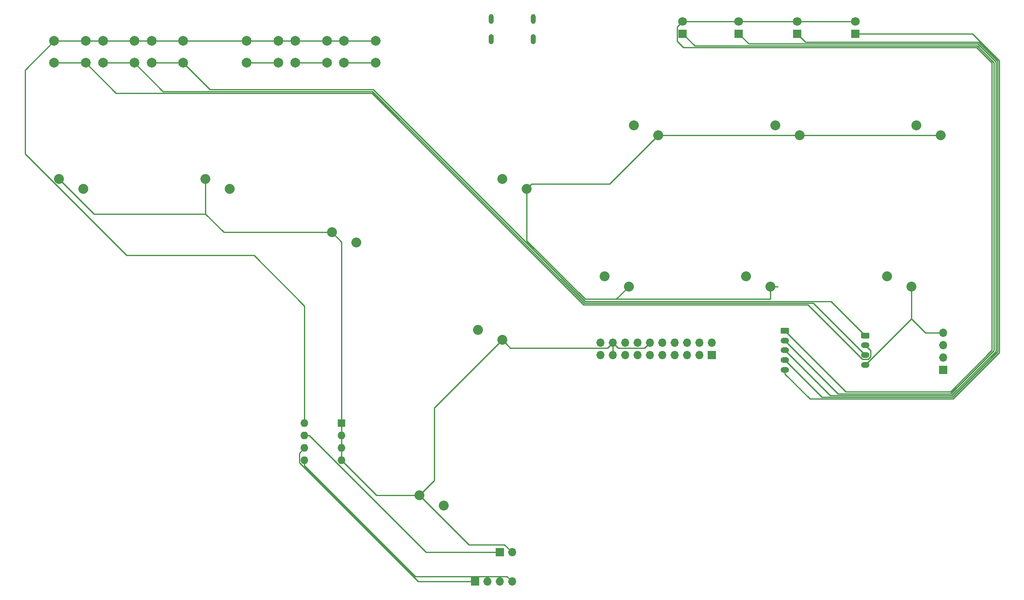
<source format=gbr>
G04 #@! TF.GenerationSoftware,KiCad,Pcbnew,5.1.9+dfsg1-1*
G04 #@! TF.CreationDate,2021-10-01T14:26:28-05:00*
G04 #@! TF.ProjectId,thornbox,74686f72-6e62-46f7-982e-6b696361645f,rev?*
G04 #@! TF.SameCoordinates,Original*
G04 #@! TF.FileFunction,Copper,L1,Top*
G04 #@! TF.FilePolarity,Positive*
%FSLAX46Y46*%
G04 Gerber Fmt 4.6, Leading zero omitted, Abs format (unit mm)*
G04 Created by KiCad (PCBNEW 5.1.9+dfsg1-1) date 2021-10-01 14:26:28*
%MOMM*%
%LPD*%
G01*
G04 APERTURE LIST*
G04 #@! TA.AperFunction,ComponentPad*
%ADD10O,1.600000X1.600000*%
G04 #@! TD*
G04 #@! TA.AperFunction,ComponentPad*
%ADD11R,1.600000X1.600000*%
G04 #@! TD*
G04 #@! TA.AperFunction,ComponentPad*
%ADD12O,1.700000X1.700000*%
G04 #@! TD*
G04 #@! TA.AperFunction,ComponentPad*
%ADD13R,1.700000X1.700000*%
G04 #@! TD*
G04 #@! TA.AperFunction,ComponentPad*
%ADD14O,1.750000X1.200000*%
G04 #@! TD*
G04 #@! TA.AperFunction,ComponentPad*
%ADD15C,1.800000*%
G04 #@! TD*
G04 #@! TA.AperFunction,ComponentPad*
%ADD16R,1.800000X1.800000*%
G04 #@! TD*
G04 #@! TA.AperFunction,ComponentPad*
%ADD17O,1.050000X2.100000*%
G04 #@! TD*
G04 #@! TA.AperFunction,ComponentPad*
%ADD18O,1.000000X2.000000*%
G04 #@! TD*
G04 #@! TA.AperFunction,ComponentPad*
%ADD19C,2.000000*%
G04 #@! TD*
G04 #@! TA.AperFunction,ComponentPad*
%ADD20C,2.032000*%
G04 #@! TD*
G04 #@! TA.AperFunction,Conductor*
%ADD21C,0.250000*%
G04 #@! TD*
G04 APERTURE END LIST*
D10*
X110380000Y-111500000D03*
X118000000Y-119120000D03*
X110380000Y-114040000D03*
X118000000Y-116580000D03*
X110380000Y-116580000D03*
X118000000Y-114040000D03*
X110380000Y-119120000D03*
D11*
X118000000Y-111500000D03*
D12*
X153040000Y-138000000D03*
D13*
X150500000Y-138000000D03*
D14*
X209000000Y-100500000D03*
X209000000Y-98500000D03*
X209000000Y-96500000D03*
X209000000Y-94500000D03*
G04 #@! TA.AperFunction,ComponentPad*
G36*
G01*
X208374999Y-91900000D02*
X209625001Y-91900000D01*
G75*
G02*
X209875000Y-92149999I0J-249999D01*
G01*
X209875000Y-92850001D01*
G75*
G02*
X209625001Y-93100000I-249999J0D01*
G01*
X208374999Y-93100000D01*
G75*
G02*
X208125000Y-92850001I0J249999D01*
G01*
X208125000Y-92149999D01*
G75*
G02*
X208374999Y-91900000I249999J0D01*
G01*
G37*
G04 #@! TD.AperFunction*
D12*
X153000000Y-144000000D03*
X150460000Y-144000000D03*
X147920000Y-144000000D03*
D13*
X145380000Y-144000000D03*
D15*
X223500000Y-28960000D03*
D16*
X223500000Y-31500000D03*
D15*
X211500000Y-28960000D03*
D16*
X211500000Y-31500000D03*
D15*
X199500000Y-28960000D03*
D16*
X199500000Y-31500000D03*
D15*
X188000000Y-28960000D03*
D16*
X188000000Y-31500000D03*
D17*
X157320000Y-32680000D03*
X148680000Y-32680000D03*
D18*
X157320000Y-28500000D03*
X148680000Y-28500000D03*
D19*
X65500000Y-33000000D03*
X65500000Y-37500000D03*
X59000000Y-33000000D03*
X59000000Y-37500000D03*
X75500000Y-33000000D03*
X75500000Y-37500000D03*
X69000000Y-33000000D03*
X69000000Y-37500000D03*
X115000000Y-33000000D03*
X115000000Y-37500000D03*
X108500000Y-33000000D03*
X108500000Y-37500000D03*
X125000000Y-33000000D03*
X125000000Y-37500000D03*
X118500000Y-33000000D03*
X118500000Y-37500000D03*
X85500000Y-33000000D03*
X85500000Y-37500000D03*
X79000000Y-33000000D03*
X79000000Y-37500000D03*
X105000000Y-33000000D03*
X105000000Y-37500000D03*
X98500000Y-33000000D03*
X98500000Y-37500000D03*
D12*
X171140000Y-94960000D03*
X171140000Y-97500000D03*
X173680000Y-94960000D03*
X173680000Y-97500000D03*
X176220000Y-94960000D03*
X176220000Y-97500000D03*
X178760000Y-94960000D03*
X178760000Y-97500000D03*
X181300000Y-94960000D03*
X181300000Y-97500000D03*
X183840000Y-94960000D03*
X183840000Y-97500000D03*
X186380000Y-94960000D03*
X186380000Y-97500000D03*
X188920000Y-94960000D03*
X188920000Y-97500000D03*
X191460000Y-94960000D03*
X191460000Y-97500000D03*
X194000000Y-94960000D03*
D13*
X194000000Y-97500000D03*
D14*
X225500000Y-99500000D03*
X225500000Y-97500000D03*
X225500000Y-95500000D03*
G04 #@! TA.AperFunction,ComponentPad*
G36*
G01*
X224874999Y-92900000D02*
X226125001Y-92900000D01*
G75*
G02*
X226375000Y-93149999I0J-249999D01*
G01*
X226375000Y-93850001D01*
G75*
G02*
X226125001Y-94100000I-249999J0D01*
G01*
X224874999Y-94100000D01*
G75*
G02*
X224625000Y-93850001I0J249999D01*
G01*
X224625000Y-93149999D01*
G75*
G02*
X224874999Y-92900000I249999J0D01*
G01*
G37*
G04 #@! TD.AperFunction*
D12*
X241500000Y-92880000D03*
X241500000Y-95420000D03*
X241500000Y-97960000D03*
D13*
X241500000Y-100500000D03*
D20*
X65000000Y-63400000D03*
X60000000Y-61300000D03*
X121000000Y-74400000D03*
X116000000Y-72300000D03*
X241000000Y-52400000D03*
X236000000Y-50300000D03*
X212000000Y-52400000D03*
X207000000Y-50300000D03*
X183000000Y-52400000D03*
X178000000Y-50300000D03*
X156000000Y-63400000D03*
X151000000Y-61300000D03*
X235000000Y-83400000D03*
X230000000Y-81300000D03*
X206000000Y-83400000D03*
X201000000Y-81300000D03*
X177000000Y-83400000D03*
X172000000Y-81300000D03*
X151000000Y-94400000D03*
X146000000Y-92300000D03*
X95000000Y-63400000D03*
X90000000Y-61300000D03*
X139000000Y-128400000D03*
X134000000Y-126300000D03*
D21*
X173680000Y-97500000D02*
X173680000Y-94960000D01*
X180224999Y-96035001D02*
X180450001Y-95809999D01*
X180450001Y-95809999D02*
X181300000Y-94960000D01*
X174755001Y-96035001D02*
X180224999Y-96035001D01*
X173680000Y-94960000D02*
X174755001Y-96035001D01*
X183000000Y-52400000D02*
X212000000Y-52400000D01*
X212000000Y-52400000D02*
X241000000Y-52400000D01*
X152015999Y-95415999D02*
X151000000Y-94400000D01*
X152635001Y-96035001D02*
X152015999Y-95415999D01*
X172604999Y-96035001D02*
X152635001Y-96035001D01*
X173680000Y-94960000D02*
X172604999Y-96035001D01*
X93800000Y-72300000D02*
X116000000Y-72300000D01*
X90000000Y-68500000D02*
X93800000Y-72300000D01*
X90000000Y-61300000D02*
X90000000Y-68500000D01*
X67200000Y-68500000D02*
X60000000Y-61300000D01*
X90000000Y-68500000D02*
X67200000Y-68500000D01*
X156000000Y-63400000D02*
X156000000Y-74000000D01*
X156000000Y-74000000D02*
X168000000Y-86000000D01*
X174400000Y-86000000D02*
X177000000Y-83400000D01*
X168000000Y-86000000D02*
X174400000Y-86000000D01*
X173015999Y-62384001D02*
X181984001Y-53415999D01*
X181984001Y-53415999D02*
X183000000Y-52400000D01*
X157015999Y-62384001D02*
X173015999Y-62384001D01*
X156000000Y-63400000D02*
X157015999Y-62384001D01*
X235380000Y-83780000D02*
X235000000Y-83400000D01*
X207436840Y-83400000D02*
X206000000Y-83400000D01*
X207525000Y-83400000D02*
X207436840Y-83400000D01*
X174400000Y-86000000D02*
X206000000Y-86000000D01*
X206000000Y-86000000D02*
X206000000Y-83400000D01*
X137060499Y-123239501D02*
X134000000Y-126300000D01*
X137060499Y-108339501D02*
X137060499Y-123239501D01*
X151000000Y-94400000D02*
X137060499Y-108339501D01*
X118000000Y-119120000D02*
X118000000Y-111500000D01*
X118000000Y-74300000D02*
X116000000Y-72300000D01*
X118000000Y-111500000D02*
X118000000Y-74300000D01*
X125180000Y-126300000D02*
X118000000Y-119120000D01*
X134000000Y-126300000D02*
X125180000Y-126300000D01*
X235000000Y-90000000D02*
X225500000Y-99500000D01*
X235000000Y-83400000D02*
X235000000Y-90000000D01*
X237880000Y-92880000D02*
X235000000Y-90000000D01*
X241500000Y-92880000D02*
X237880000Y-92880000D01*
X151440000Y-136400000D02*
X153040000Y-138000000D01*
X144100000Y-136400000D02*
X151440000Y-136400000D01*
X134000000Y-126300000D02*
X144100000Y-136400000D01*
X59000000Y-37500000D02*
X65500000Y-37500000D01*
X71700020Y-43700020D02*
X65500000Y-37500000D01*
X124210044Y-43700020D02*
X71700020Y-43700020D01*
X167710044Y-87200020D02*
X124210044Y-43700020D01*
X213758280Y-87200020D02*
X167710044Y-87200020D01*
X224883270Y-98325010D02*
X213758280Y-87200020D01*
X226116730Y-98325010D02*
X224883270Y-98325010D01*
X226600010Y-97841730D02*
X226116730Y-98325010D01*
X226600010Y-96600010D02*
X226600010Y-97841730D01*
X225500000Y-95500000D02*
X226600010Y-96600010D01*
X69000000Y-37500000D02*
X75500000Y-37500000D01*
X124355022Y-43350010D02*
X81350010Y-43350010D01*
X167855022Y-86850010D02*
X124355022Y-43350010D01*
X81350010Y-43350010D02*
X75500000Y-37500000D01*
X214850010Y-86850010D02*
X167855022Y-86850010D01*
X225500000Y-97500000D02*
X214850010Y-86850010D01*
X79000000Y-37500000D02*
X85500000Y-37500000D01*
X124500000Y-43000000D02*
X91000000Y-43000000D01*
X168000000Y-86500000D02*
X124500000Y-43000000D01*
X218500000Y-86500000D02*
X168000000Y-86500000D01*
X91000000Y-43000000D02*
X85500000Y-37500000D01*
X225500000Y-93500000D02*
X218500000Y-86500000D01*
X248350010Y-34350010D02*
X188145008Y-34350010D01*
X251500000Y-96500000D02*
X251500000Y-37500000D01*
X251500000Y-37500000D02*
X248350010Y-34350010D01*
X243000000Y-105000000D02*
X251500000Y-96500000D01*
X221500000Y-105000000D02*
X243000000Y-105000000D01*
X209000000Y-92500000D02*
X221500000Y-105000000D01*
X186874999Y-30085001D02*
X188000000Y-28960000D01*
X186874999Y-33080001D02*
X186874999Y-30085001D01*
X188145008Y-34350010D02*
X186874999Y-33080001D01*
X188000000Y-28960000D02*
X223500000Y-28960000D01*
X243055042Y-105449970D02*
X251949970Y-96555042D01*
X251949970Y-37449970D02*
X248500000Y-34000000D01*
X219949970Y-105449970D02*
X243055042Y-105449970D01*
X251949970Y-96555042D02*
X251949970Y-37449970D01*
X209000000Y-94500000D02*
X219949970Y-105449970D01*
X190500000Y-34000000D02*
X188000000Y-31500000D01*
X248500000Y-34000000D02*
X190500000Y-34000000D01*
X252299980Y-37299980D02*
X248600010Y-33600010D01*
X243200020Y-105799980D02*
X252299980Y-96700020D01*
X252299980Y-96700020D02*
X252299980Y-37299980D01*
X218299980Y-105799980D02*
X243200020Y-105799980D01*
X209000000Y-96500000D02*
X218299980Y-105799980D01*
X201600010Y-33600010D02*
X199500000Y-31500000D01*
X248600010Y-33600010D02*
X201600010Y-33600010D01*
X252649990Y-96850010D02*
X252649990Y-37149990D01*
X243350010Y-106149990D02*
X252649990Y-96850010D01*
X216649990Y-106149990D02*
X243350010Y-106149990D01*
X252649990Y-37149990D02*
X248750000Y-33250000D01*
X209000000Y-98500000D02*
X216649990Y-106149990D01*
X213250000Y-33250000D02*
X211500000Y-31500000D01*
X248750000Y-33250000D02*
X213250000Y-33250000D01*
X247500000Y-31500000D02*
X223500000Y-31500000D01*
X253000000Y-97000000D02*
X253000000Y-37000000D01*
X243500000Y-106500000D02*
X253000000Y-97000000D01*
X253000000Y-37000000D02*
X247500000Y-31500000D01*
X214150000Y-106500000D02*
X243500000Y-106500000D01*
X209000000Y-101350000D02*
X214150000Y-106500000D01*
X209000000Y-100500000D02*
X209000000Y-101350000D01*
X151924999Y-142924999D02*
X133162985Y-142924999D01*
X153000000Y-144000000D02*
X151924999Y-142924999D01*
X110380000Y-120142014D02*
X110380000Y-119120000D01*
X133162985Y-142924999D02*
X110380000Y-120142014D01*
X109354999Y-117605001D02*
X110380000Y-116580000D01*
X109354999Y-119612001D02*
X109354999Y-117605001D01*
X133742998Y-144000000D02*
X109354999Y-119612001D01*
X145380000Y-144000000D02*
X133742998Y-144000000D01*
X109914213Y-37500000D02*
X115000000Y-37500000D01*
X108500000Y-37500000D02*
X109914213Y-37500000D01*
X99914213Y-37500000D02*
X105000000Y-37500000D01*
X98500000Y-37500000D02*
X99914213Y-37500000D01*
X119914213Y-37500000D02*
X125000000Y-37500000D01*
X118500000Y-37500000D02*
X119914213Y-37500000D01*
X111402998Y-114040000D02*
X110380000Y-114040000D01*
X135362998Y-138000000D02*
X111402998Y-114040000D01*
X150500000Y-138000000D02*
X135362998Y-138000000D01*
X59000000Y-33000000D02*
X85500000Y-33000000D01*
X85500000Y-33000000D02*
X125000000Y-33000000D01*
X110380000Y-87380000D02*
X110380000Y-111500000D01*
X100000000Y-77000000D02*
X110380000Y-87380000D01*
X73863318Y-77000000D02*
X100000000Y-77000000D01*
X53000000Y-39000000D02*
X53000000Y-56136682D01*
X53000000Y-56136682D02*
X73863318Y-77000000D01*
X59000000Y-33000000D02*
X53000000Y-39000000D01*
M02*

</source>
